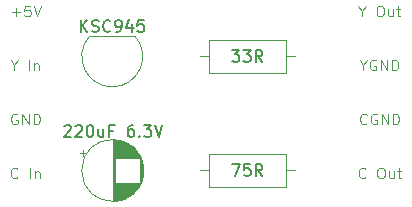
<source format=gbr>
%TF.GenerationSoftware,KiCad,Pcbnew,7.0.7*%
%TF.CreationDate,2023-08-19T23:50:35-07:00*%
%TF.ProjectId,genesis_s-video_simple,67656e65-7369-4735-9f73-2d766964656f,rev?*%
%TF.SameCoordinates,Original*%
%TF.FileFunction,Legend,Top*%
%TF.FilePolarity,Positive*%
%FSLAX46Y46*%
G04 Gerber Fmt 4.6, Leading zero omitted, Abs format (unit mm)*
G04 Created by KiCad (PCBNEW 7.0.7) date 2023-08-19 23:50:35*
%MOMM*%
%LPD*%
G01*
G04 APERTURE LIST*
%ADD10C,0.150000*%
%ADD11C,0.125000*%
%ADD12C,0.120000*%
G04 APERTURE END LIST*
D10*
X112365333Y-78686819D02*
X112365333Y-77686819D01*
X112936761Y-78686819D02*
X112508190Y-78115390D01*
X112936761Y-77686819D02*
X112365333Y-78258247D01*
X113317714Y-78639200D02*
X113460571Y-78686819D01*
X113460571Y-78686819D02*
X113698666Y-78686819D01*
X113698666Y-78686819D02*
X113793904Y-78639200D01*
X113793904Y-78639200D02*
X113841523Y-78591580D01*
X113841523Y-78591580D02*
X113889142Y-78496342D01*
X113889142Y-78496342D02*
X113889142Y-78401104D01*
X113889142Y-78401104D02*
X113841523Y-78305866D01*
X113841523Y-78305866D02*
X113793904Y-78258247D01*
X113793904Y-78258247D02*
X113698666Y-78210628D01*
X113698666Y-78210628D02*
X113508190Y-78163009D01*
X113508190Y-78163009D02*
X113412952Y-78115390D01*
X113412952Y-78115390D02*
X113365333Y-78067771D01*
X113365333Y-78067771D02*
X113317714Y-77972533D01*
X113317714Y-77972533D02*
X113317714Y-77877295D01*
X113317714Y-77877295D02*
X113365333Y-77782057D01*
X113365333Y-77782057D02*
X113412952Y-77734438D01*
X113412952Y-77734438D02*
X113508190Y-77686819D01*
X113508190Y-77686819D02*
X113746285Y-77686819D01*
X113746285Y-77686819D02*
X113889142Y-77734438D01*
X114889142Y-78591580D02*
X114841523Y-78639200D01*
X114841523Y-78639200D02*
X114698666Y-78686819D01*
X114698666Y-78686819D02*
X114603428Y-78686819D01*
X114603428Y-78686819D02*
X114460571Y-78639200D01*
X114460571Y-78639200D02*
X114365333Y-78543961D01*
X114365333Y-78543961D02*
X114317714Y-78448723D01*
X114317714Y-78448723D02*
X114270095Y-78258247D01*
X114270095Y-78258247D02*
X114270095Y-78115390D01*
X114270095Y-78115390D02*
X114317714Y-77924914D01*
X114317714Y-77924914D02*
X114365333Y-77829676D01*
X114365333Y-77829676D02*
X114460571Y-77734438D01*
X114460571Y-77734438D02*
X114603428Y-77686819D01*
X114603428Y-77686819D02*
X114698666Y-77686819D01*
X114698666Y-77686819D02*
X114841523Y-77734438D01*
X114841523Y-77734438D02*
X114889142Y-77782057D01*
X115365333Y-78686819D02*
X115555809Y-78686819D01*
X115555809Y-78686819D02*
X115651047Y-78639200D01*
X115651047Y-78639200D02*
X115698666Y-78591580D01*
X115698666Y-78591580D02*
X115793904Y-78448723D01*
X115793904Y-78448723D02*
X115841523Y-78258247D01*
X115841523Y-78258247D02*
X115841523Y-77877295D01*
X115841523Y-77877295D02*
X115793904Y-77782057D01*
X115793904Y-77782057D02*
X115746285Y-77734438D01*
X115746285Y-77734438D02*
X115651047Y-77686819D01*
X115651047Y-77686819D02*
X115460571Y-77686819D01*
X115460571Y-77686819D02*
X115365333Y-77734438D01*
X115365333Y-77734438D02*
X115317714Y-77782057D01*
X115317714Y-77782057D02*
X115270095Y-77877295D01*
X115270095Y-77877295D02*
X115270095Y-78115390D01*
X115270095Y-78115390D02*
X115317714Y-78210628D01*
X115317714Y-78210628D02*
X115365333Y-78258247D01*
X115365333Y-78258247D02*
X115460571Y-78305866D01*
X115460571Y-78305866D02*
X115651047Y-78305866D01*
X115651047Y-78305866D02*
X115746285Y-78258247D01*
X115746285Y-78258247D02*
X115793904Y-78210628D01*
X115793904Y-78210628D02*
X115841523Y-78115390D01*
X116698666Y-78020152D02*
X116698666Y-78686819D01*
X116460571Y-77639200D02*
X116222476Y-78353485D01*
X116222476Y-78353485D02*
X116841523Y-78353485D01*
X117698666Y-77686819D02*
X117222476Y-77686819D01*
X117222476Y-77686819D02*
X117174857Y-78163009D01*
X117174857Y-78163009D02*
X117222476Y-78115390D01*
X117222476Y-78115390D02*
X117317714Y-78067771D01*
X117317714Y-78067771D02*
X117555809Y-78067771D01*
X117555809Y-78067771D02*
X117651047Y-78115390D01*
X117651047Y-78115390D02*
X117698666Y-78163009D01*
X117698666Y-78163009D02*
X117746285Y-78258247D01*
X117746285Y-78258247D02*
X117746285Y-78496342D01*
X117746285Y-78496342D02*
X117698666Y-78591580D01*
X117698666Y-78591580D02*
X117651047Y-78639200D01*
X117651047Y-78639200D02*
X117555809Y-78686819D01*
X117555809Y-78686819D02*
X117317714Y-78686819D01*
X117317714Y-78686819D02*
X117222476Y-78639200D01*
X117222476Y-78639200D02*
X117174857Y-78591580D01*
D11*
X136296571Y-81515285D02*
X136296571Y-81943857D01*
X135996571Y-81043857D02*
X136296571Y-81515285D01*
X136296571Y-81515285D02*
X136596571Y-81043857D01*
X137368000Y-81086714D02*
X137282286Y-81043857D01*
X137282286Y-81043857D02*
X137153714Y-81043857D01*
X137153714Y-81043857D02*
X137025143Y-81086714D01*
X137025143Y-81086714D02*
X136939428Y-81172428D01*
X136939428Y-81172428D02*
X136896571Y-81258142D01*
X136896571Y-81258142D02*
X136853714Y-81429571D01*
X136853714Y-81429571D02*
X136853714Y-81558142D01*
X136853714Y-81558142D02*
X136896571Y-81729571D01*
X136896571Y-81729571D02*
X136939428Y-81815285D01*
X136939428Y-81815285D02*
X137025143Y-81901000D01*
X137025143Y-81901000D02*
X137153714Y-81943857D01*
X137153714Y-81943857D02*
X137239428Y-81943857D01*
X137239428Y-81943857D02*
X137368000Y-81901000D01*
X137368000Y-81901000D02*
X137410857Y-81858142D01*
X137410857Y-81858142D02*
X137410857Y-81558142D01*
X137410857Y-81558142D02*
X137239428Y-81558142D01*
X137796571Y-81943857D02*
X137796571Y-81043857D01*
X137796571Y-81043857D02*
X138310857Y-81943857D01*
X138310857Y-81943857D02*
X138310857Y-81043857D01*
X138739428Y-81943857D02*
X138739428Y-81043857D01*
X138739428Y-81043857D02*
X138953714Y-81043857D01*
X138953714Y-81043857D02*
X139082285Y-81086714D01*
X139082285Y-81086714D02*
X139168000Y-81172428D01*
X139168000Y-81172428D02*
X139210857Y-81258142D01*
X139210857Y-81258142D02*
X139253714Y-81429571D01*
X139253714Y-81429571D02*
X139253714Y-81558142D01*
X139253714Y-81558142D02*
X139210857Y-81729571D01*
X139210857Y-81729571D02*
X139168000Y-81815285D01*
X139168000Y-81815285D02*
X139082285Y-81901000D01*
X139082285Y-81901000D02*
X138953714Y-81943857D01*
X138953714Y-81943857D02*
X138739428Y-81943857D01*
X107010286Y-85658714D02*
X106924572Y-85615857D01*
X106924572Y-85615857D02*
X106796000Y-85615857D01*
X106796000Y-85615857D02*
X106667429Y-85658714D01*
X106667429Y-85658714D02*
X106581714Y-85744428D01*
X106581714Y-85744428D02*
X106538857Y-85830142D01*
X106538857Y-85830142D02*
X106496000Y-86001571D01*
X106496000Y-86001571D02*
X106496000Y-86130142D01*
X106496000Y-86130142D02*
X106538857Y-86301571D01*
X106538857Y-86301571D02*
X106581714Y-86387285D01*
X106581714Y-86387285D02*
X106667429Y-86473000D01*
X106667429Y-86473000D02*
X106796000Y-86515857D01*
X106796000Y-86515857D02*
X106881714Y-86515857D01*
X106881714Y-86515857D02*
X107010286Y-86473000D01*
X107010286Y-86473000D02*
X107053143Y-86430142D01*
X107053143Y-86430142D02*
X107053143Y-86130142D01*
X107053143Y-86130142D02*
X106881714Y-86130142D01*
X107438857Y-86515857D02*
X107438857Y-85615857D01*
X107438857Y-85615857D02*
X107953143Y-86515857D01*
X107953143Y-86515857D02*
X107953143Y-85615857D01*
X108381714Y-86515857D02*
X108381714Y-85615857D01*
X108381714Y-85615857D02*
X108596000Y-85615857D01*
X108596000Y-85615857D02*
X108724571Y-85658714D01*
X108724571Y-85658714D02*
X108810286Y-85744428D01*
X108810286Y-85744428D02*
X108853143Y-85830142D01*
X108853143Y-85830142D02*
X108896000Y-86001571D01*
X108896000Y-86001571D02*
X108896000Y-86130142D01*
X108896000Y-86130142D02*
X108853143Y-86301571D01*
X108853143Y-86301571D02*
X108810286Y-86387285D01*
X108810286Y-86387285D02*
X108724571Y-86473000D01*
X108724571Y-86473000D02*
X108596000Y-86515857D01*
X108596000Y-86515857D02*
X108381714Y-86515857D01*
X136468000Y-91002142D02*
X136425143Y-91045000D01*
X136425143Y-91045000D02*
X136296571Y-91087857D01*
X136296571Y-91087857D02*
X136210857Y-91087857D01*
X136210857Y-91087857D02*
X136082286Y-91045000D01*
X136082286Y-91045000D02*
X135996571Y-90959285D01*
X135996571Y-90959285D02*
X135953714Y-90873571D01*
X135953714Y-90873571D02*
X135910857Y-90702142D01*
X135910857Y-90702142D02*
X135910857Y-90573571D01*
X135910857Y-90573571D02*
X135953714Y-90402142D01*
X135953714Y-90402142D02*
X135996571Y-90316428D01*
X135996571Y-90316428D02*
X136082286Y-90230714D01*
X136082286Y-90230714D02*
X136210857Y-90187857D01*
X136210857Y-90187857D02*
X136296571Y-90187857D01*
X136296571Y-90187857D02*
X136425143Y-90230714D01*
X136425143Y-90230714D02*
X136468000Y-90273571D01*
X137710857Y-90187857D02*
X137882285Y-90187857D01*
X137882285Y-90187857D02*
X137968000Y-90230714D01*
X137968000Y-90230714D02*
X138053714Y-90316428D01*
X138053714Y-90316428D02*
X138096571Y-90487857D01*
X138096571Y-90487857D02*
X138096571Y-90787857D01*
X138096571Y-90787857D02*
X138053714Y-90959285D01*
X138053714Y-90959285D02*
X137968000Y-91045000D01*
X137968000Y-91045000D02*
X137882285Y-91087857D01*
X137882285Y-91087857D02*
X137710857Y-91087857D01*
X137710857Y-91087857D02*
X137625143Y-91045000D01*
X137625143Y-91045000D02*
X137539428Y-90959285D01*
X137539428Y-90959285D02*
X137496571Y-90787857D01*
X137496571Y-90787857D02*
X137496571Y-90487857D01*
X137496571Y-90487857D02*
X137539428Y-90316428D01*
X137539428Y-90316428D02*
X137625143Y-90230714D01*
X137625143Y-90230714D02*
X137710857Y-90187857D01*
X138868000Y-90487857D02*
X138868000Y-91087857D01*
X138482285Y-90487857D02*
X138482285Y-90959285D01*
X138482285Y-90959285D02*
X138525142Y-91045000D01*
X138525142Y-91045000D02*
X138610857Y-91087857D01*
X138610857Y-91087857D02*
X138739428Y-91087857D01*
X138739428Y-91087857D02*
X138825142Y-91045000D01*
X138825142Y-91045000D02*
X138868000Y-91002142D01*
X139168000Y-90487857D02*
X139510857Y-90487857D01*
X139296571Y-90187857D02*
X139296571Y-90959285D01*
X139296571Y-90959285D02*
X139339428Y-91045000D01*
X139339428Y-91045000D02*
X139425143Y-91087857D01*
X139425143Y-91087857D02*
X139510857Y-91087857D01*
X107010286Y-91002142D02*
X106967429Y-91045000D01*
X106967429Y-91045000D02*
X106838857Y-91087857D01*
X106838857Y-91087857D02*
X106753143Y-91087857D01*
X106753143Y-91087857D02*
X106624572Y-91045000D01*
X106624572Y-91045000D02*
X106538857Y-90959285D01*
X106538857Y-90959285D02*
X106496000Y-90873571D01*
X106496000Y-90873571D02*
X106453143Y-90702142D01*
X106453143Y-90702142D02*
X106453143Y-90573571D01*
X106453143Y-90573571D02*
X106496000Y-90402142D01*
X106496000Y-90402142D02*
X106538857Y-90316428D01*
X106538857Y-90316428D02*
X106624572Y-90230714D01*
X106624572Y-90230714D02*
X106753143Y-90187857D01*
X106753143Y-90187857D02*
X106838857Y-90187857D01*
X106838857Y-90187857D02*
X106967429Y-90230714D01*
X106967429Y-90230714D02*
X107010286Y-90273571D01*
X108081714Y-91087857D02*
X108081714Y-90187857D01*
X108510285Y-90487857D02*
X108510285Y-91087857D01*
X108510285Y-90573571D02*
X108553142Y-90530714D01*
X108553142Y-90530714D02*
X108638857Y-90487857D01*
X108638857Y-90487857D02*
X108767428Y-90487857D01*
X108767428Y-90487857D02*
X108853142Y-90530714D01*
X108853142Y-90530714D02*
X108896000Y-90616428D01*
X108896000Y-90616428D02*
X108896000Y-91087857D01*
X136189428Y-76943285D02*
X136189428Y-77371857D01*
X135889428Y-76471857D02*
X136189428Y-76943285D01*
X136189428Y-76943285D02*
X136489428Y-76471857D01*
X137646571Y-76471857D02*
X137817999Y-76471857D01*
X137817999Y-76471857D02*
X137903714Y-76514714D01*
X137903714Y-76514714D02*
X137989428Y-76600428D01*
X137989428Y-76600428D02*
X138032285Y-76771857D01*
X138032285Y-76771857D02*
X138032285Y-77071857D01*
X138032285Y-77071857D02*
X137989428Y-77243285D01*
X137989428Y-77243285D02*
X137903714Y-77329000D01*
X137903714Y-77329000D02*
X137817999Y-77371857D01*
X137817999Y-77371857D02*
X137646571Y-77371857D01*
X137646571Y-77371857D02*
X137560857Y-77329000D01*
X137560857Y-77329000D02*
X137475142Y-77243285D01*
X137475142Y-77243285D02*
X137432285Y-77071857D01*
X137432285Y-77071857D02*
X137432285Y-76771857D01*
X137432285Y-76771857D02*
X137475142Y-76600428D01*
X137475142Y-76600428D02*
X137560857Y-76514714D01*
X137560857Y-76514714D02*
X137646571Y-76471857D01*
X138803714Y-76771857D02*
X138803714Y-77371857D01*
X138417999Y-76771857D02*
X138417999Y-77243285D01*
X138417999Y-77243285D02*
X138460856Y-77329000D01*
X138460856Y-77329000D02*
X138546571Y-77371857D01*
X138546571Y-77371857D02*
X138675142Y-77371857D01*
X138675142Y-77371857D02*
X138760856Y-77329000D01*
X138760856Y-77329000D02*
X138803714Y-77286142D01*
X139103714Y-76771857D02*
X139446571Y-76771857D01*
X139232285Y-76471857D02*
X139232285Y-77243285D01*
X139232285Y-77243285D02*
X139275142Y-77329000D01*
X139275142Y-77329000D02*
X139360857Y-77371857D01*
X139360857Y-77371857D02*
X139446571Y-77371857D01*
D10*
X110962952Y-86672057D02*
X111010571Y-86624438D01*
X111010571Y-86624438D02*
X111105809Y-86576819D01*
X111105809Y-86576819D02*
X111343904Y-86576819D01*
X111343904Y-86576819D02*
X111439142Y-86624438D01*
X111439142Y-86624438D02*
X111486761Y-86672057D01*
X111486761Y-86672057D02*
X111534380Y-86767295D01*
X111534380Y-86767295D02*
X111534380Y-86862533D01*
X111534380Y-86862533D02*
X111486761Y-87005390D01*
X111486761Y-87005390D02*
X110915333Y-87576819D01*
X110915333Y-87576819D02*
X111534380Y-87576819D01*
X111915333Y-86672057D02*
X111962952Y-86624438D01*
X111962952Y-86624438D02*
X112058190Y-86576819D01*
X112058190Y-86576819D02*
X112296285Y-86576819D01*
X112296285Y-86576819D02*
X112391523Y-86624438D01*
X112391523Y-86624438D02*
X112439142Y-86672057D01*
X112439142Y-86672057D02*
X112486761Y-86767295D01*
X112486761Y-86767295D02*
X112486761Y-86862533D01*
X112486761Y-86862533D02*
X112439142Y-87005390D01*
X112439142Y-87005390D02*
X111867714Y-87576819D01*
X111867714Y-87576819D02*
X112486761Y-87576819D01*
X113105809Y-86576819D02*
X113201047Y-86576819D01*
X113201047Y-86576819D02*
X113296285Y-86624438D01*
X113296285Y-86624438D02*
X113343904Y-86672057D01*
X113343904Y-86672057D02*
X113391523Y-86767295D01*
X113391523Y-86767295D02*
X113439142Y-86957771D01*
X113439142Y-86957771D02*
X113439142Y-87195866D01*
X113439142Y-87195866D02*
X113391523Y-87386342D01*
X113391523Y-87386342D02*
X113343904Y-87481580D01*
X113343904Y-87481580D02*
X113296285Y-87529200D01*
X113296285Y-87529200D02*
X113201047Y-87576819D01*
X113201047Y-87576819D02*
X113105809Y-87576819D01*
X113105809Y-87576819D02*
X113010571Y-87529200D01*
X113010571Y-87529200D02*
X112962952Y-87481580D01*
X112962952Y-87481580D02*
X112915333Y-87386342D01*
X112915333Y-87386342D02*
X112867714Y-87195866D01*
X112867714Y-87195866D02*
X112867714Y-86957771D01*
X112867714Y-86957771D02*
X112915333Y-86767295D01*
X112915333Y-86767295D02*
X112962952Y-86672057D01*
X112962952Y-86672057D02*
X113010571Y-86624438D01*
X113010571Y-86624438D02*
X113105809Y-86576819D01*
X114296285Y-86910152D02*
X114296285Y-87576819D01*
X113867714Y-86910152D02*
X113867714Y-87433961D01*
X113867714Y-87433961D02*
X113915333Y-87529200D01*
X113915333Y-87529200D02*
X114010571Y-87576819D01*
X114010571Y-87576819D02*
X114153428Y-87576819D01*
X114153428Y-87576819D02*
X114248666Y-87529200D01*
X114248666Y-87529200D02*
X114296285Y-87481580D01*
X115105809Y-87053009D02*
X114772476Y-87053009D01*
X114772476Y-87576819D02*
X114772476Y-86576819D01*
X114772476Y-86576819D02*
X115248666Y-86576819D01*
X116820095Y-86576819D02*
X116629619Y-86576819D01*
X116629619Y-86576819D02*
X116534381Y-86624438D01*
X116534381Y-86624438D02*
X116486762Y-86672057D01*
X116486762Y-86672057D02*
X116391524Y-86814914D01*
X116391524Y-86814914D02*
X116343905Y-87005390D01*
X116343905Y-87005390D02*
X116343905Y-87386342D01*
X116343905Y-87386342D02*
X116391524Y-87481580D01*
X116391524Y-87481580D02*
X116439143Y-87529200D01*
X116439143Y-87529200D02*
X116534381Y-87576819D01*
X116534381Y-87576819D02*
X116724857Y-87576819D01*
X116724857Y-87576819D02*
X116820095Y-87529200D01*
X116820095Y-87529200D02*
X116867714Y-87481580D01*
X116867714Y-87481580D02*
X116915333Y-87386342D01*
X116915333Y-87386342D02*
X116915333Y-87148247D01*
X116915333Y-87148247D02*
X116867714Y-87053009D01*
X116867714Y-87053009D02*
X116820095Y-87005390D01*
X116820095Y-87005390D02*
X116724857Y-86957771D01*
X116724857Y-86957771D02*
X116534381Y-86957771D01*
X116534381Y-86957771D02*
X116439143Y-87005390D01*
X116439143Y-87005390D02*
X116391524Y-87053009D01*
X116391524Y-87053009D02*
X116343905Y-87148247D01*
X117343905Y-87481580D02*
X117391524Y-87529200D01*
X117391524Y-87529200D02*
X117343905Y-87576819D01*
X117343905Y-87576819D02*
X117296286Y-87529200D01*
X117296286Y-87529200D02*
X117343905Y-87481580D01*
X117343905Y-87481580D02*
X117343905Y-87576819D01*
X117724857Y-86576819D02*
X118343904Y-86576819D01*
X118343904Y-86576819D02*
X118010571Y-86957771D01*
X118010571Y-86957771D02*
X118153428Y-86957771D01*
X118153428Y-86957771D02*
X118248666Y-87005390D01*
X118248666Y-87005390D02*
X118296285Y-87053009D01*
X118296285Y-87053009D02*
X118343904Y-87148247D01*
X118343904Y-87148247D02*
X118343904Y-87386342D01*
X118343904Y-87386342D02*
X118296285Y-87481580D01*
X118296285Y-87481580D02*
X118248666Y-87529200D01*
X118248666Y-87529200D02*
X118153428Y-87576819D01*
X118153428Y-87576819D02*
X117867714Y-87576819D01*
X117867714Y-87576819D02*
X117772476Y-87529200D01*
X117772476Y-87529200D02*
X117724857Y-87481580D01*
X118629619Y-86576819D02*
X118962952Y-87576819D01*
X118962952Y-87576819D02*
X119296285Y-86576819D01*
D11*
X136575143Y-86430142D02*
X136532286Y-86473000D01*
X136532286Y-86473000D02*
X136403714Y-86515857D01*
X136403714Y-86515857D02*
X136318000Y-86515857D01*
X136318000Y-86515857D02*
X136189429Y-86473000D01*
X136189429Y-86473000D02*
X136103714Y-86387285D01*
X136103714Y-86387285D02*
X136060857Y-86301571D01*
X136060857Y-86301571D02*
X136018000Y-86130142D01*
X136018000Y-86130142D02*
X136018000Y-86001571D01*
X136018000Y-86001571D02*
X136060857Y-85830142D01*
X136060857Y-85830142D02*
X136103714Y-85744428D01*
X136103714Y-85744428D02*
X136189429Y-85658714D01*
X136189429Y-85658714D02*
X136318000Y-85615857D01*
X136318000Y-85615857D02*
X136403714Y-85615857D01*
X136403714Y-85615857D02*
X136532286Y-85658714D01*
X136532286Y-85658714D02*
X136575143Y-85701571D01*
X137432286Y-85658714D02*
X137346572Y-85615857D01*
X137346572Y-85615857D02*
X137218000Y-85615857D01*
X137218000Y-85615857D02*
X137089429Y-85658714D01*
X137089429Y-85658714D02*
X137003714Y-85744428D01*
X137003714Y-85744428D02*
X136960857Y-85830142D01*
X136960857Y-85830142D02*
X136918000Y-86001571D01*
X136918000Y-86001571D02*
X136918000Y-86130142D01*
X136918000Y-86130142D02*
X136960857Y-86301571D01*
X136960857Y-86301571D02*
X137003714Y-86387285D01*
X137003714Y-86387285D02*
X137089429Y-86473000D01*
X137089429Y-86473000D02*
X137218000Y-86515857D01*
X137218000Y-86515857D02*
X137303714Y-86515857D01*
X137303714Y-86515857D02*
X137432286Y-86473000D01*
X137432286Y-86473000D02*
X137475143Y-86430142D01*
X137475143Y-86430142D02*
X137475143Y-86130142D01*
X137475143Y-86130142D02*
X137303714Y-86130142D01*
X137860857Y-86515857D02*
X137860857Y-85615857D01*
X137860857Y-85615857D02*
X138375143Y-86515857D01*
X138375143Y-86515857D02*
X138375143Y-85615857D01*
X138803714Y-86515857D02*
X138803714Y-85615857D01*
X138803714Y-85615857D02*
X139018000Y-85615857D01*
X139018000Y-85615857D02*
X139146571Y-85658714D01*
X139146571Y-85658714D02*
X139232286Y-85744428D01*
X139232286Y-85744428D02*
X139275143Y-85830142D01*
X139275143Y-85830142D02*
X139318000Y-86001571D01*
X139318000Y-86001571D02*
X139318000Y-86130142D01*
X139318000Y-86130142D02*
X139275143Y-86301571D01*
X139275143Y-86301571D02*
X139232286Y-86387285D01*
X139232286Y-86387285D02*
X139146571Y-86473000D01*
X139146571Y-86473000D02*
X139018000Y-86515857D01*
X139018000Y-86515857D02*
X138803714Y-86515857D01*
X106538856Y-77029000D02*
X107224571Y-77029000D01*
X106881713Y-77371857D02*
X106881713Y-76686142D01*
X108081714Y-76471857D02*
X107653142Y-76471857D01*
X107653142Y-76471857D02*
X107610285Y-76900428D01*
X107610285Y-76900428D02*
X107653142Y-76857571D01*
X107653142Y-76857571D02*
X107738857Y-76814714D01*
X107738857Y-76814714D02*
X107953142Y-76814714D01*
X107953142Y-76814714D02*
X108038857Y-76857571D01*
X108038857Y-76857571D02*
X108081714Y-76900428D01*
X108081714Y-76900428D02*
X108124571Y-76986142D01*
X108124571Y-76986142D02*
X108124571Y-77200428D01*
X108124571Y-77200428D02*
X108081714Y-77286142D01*
X108081714Y-77286142D02*
X108038857Y-77329000D01*
X108038857Y-77329000D02*
X107953142Y-77371857D01*
X107953142Y-77371857D02*
X107738857Y-77371857D01*
X107738857Y-77371857D02*
X107653142Y-77329000D01*
X107653142Y-77329000D02*
X107610285Y-77286142D01*
X108381714Y-76471857D02*
X108681714Y-77371857D01*
X108681714Y-77371857D02*
X108981714Y-76471857D01*
D10*
X125182476Y-80226819D02*
X125801523Y-80226819D01*
X125801523Y-80226819D02*
X125468190Y-80607771D01*
X125468190Y-80607771D02*
X125611047Y-80607771D01*
X125611047Y-80607771D02*
X125706285Y-80655390D01*
X125706285Y-80655390D02*
X125753904Y-80703009D01*
X125753904Y-80703009D02*
X125801523Y-80798247D01*
X125801523Y-80798247D02*
X125801523Y-81036342D01*
X125801523Y-81036342D02*
X125753904Y-81131580D01*
X125753904Y-81131580D02*
X125706285Y-81179200D01*
X125706285Y-81179200D02*
X125611047Y-81226819D01*
X125611047Y-81226819D02*
X125325333Y-81226819D01*
X125325333Y-81226819D02*
X125230095Y-81179200D01*
X125230095Y-81179200D02*
X125182476Y-81131580D01*
X126134857Y-80226819D02*
X126753904Y-80226819D01*
X126753904Y-80226819D02*
X126420571Y-80607771D01*
X126420571Y-80607771D02*
X126563428Y-80607771D01*
X126563428Y-80607771D02*
X126658666Y-80655390D01*
X126658666Y-80655390D02*
X126706285Y-80703009D01*
X126706285Y-80703009D02*
X126753904Y-80798247D01*
X126753904Y-80798247D02*
X126753904Y-81036342D01*
X126753904Y-81036342D02*
X126706285Y-81131580D01*
X126706285Y-81131580D02*
X126658666Y-81179200D01*
X126658666Y-81179200D02*
X126563428Y-81226819D01*
X126563428Y-81226819D02*
X126277714Y-81226819D01*
X126277714Y-81226819D02*
X126182476Y-81179200D01*
X126182476Y-81179200D02*
X126134857Y-81131580D01*
X127753904Y-81226819D02*
X127420571Y-80750628D01*
X127182476Y-81226819D02*
X127182476Y-80226819D01*
X127182476Y-80226819D02*
X127563428Y-80226819D01*
X127563428Y-80226819D02*
X127658666Y-80274438D01*
X127658666Y-80274438D02*
X127706285Y-80322057D01*
X127706285Y-80322057D02*
X127753904Y-80417295D01*
X127753904Y-80417295D02*
X127753904Y-80560152D01*
X127753904Y-80560152D02*
X127706285Y-80655390D01*
X127706285Y-80655390D02*
X127658666Y-80703009D01*
X127658666Y-80703009D02*
X127563428Y-80750628D01*
X127563428Y-80750628D02*
X127182476Y-80750628D01*
X125182476Y-89878819D02*
X125849142Y-89878819D01*
X125849142Y-89878819D02*
X125420571Y-90878819D01*
X126706285Y-89878819D02*
X126230095Y-89878819D01*
X126230095Y-89878819D02*
X126182476Y-90355009D01*
X126182476Y-90355009D02*
X126230095Y-90307390D01*
X126230095Y-90307390D02*
X126325333Y-90259771D01*
X126325333Y-90259771D02*
X126563428Y-90259771D01*
X126563428Y-90259771D02*
X126658666Y-90307390D01*
X126658666Y-90307390D02*
X126706285Y-90355009D01*
X126706285Y-90355009D02*
X126753904Y-90450247D01*
X126753904Y-90450247D02*
X126753904Y-90688342D01*
X126753904Y-90688342D02*
X126706285Y-90783580D01*
X126706285Y-90783580D02*
X126658666Y-90831200D01*
X126658666Y-90831200D02*
X126563428Y-90878819D01*
X126563428Y-90878819D02*
X126325333Y-90878819D01*
X126325333Y-90878819D02*
X126230095Y-90831200D01*
X126230095Y-90831200D02*
X126182476Y-90783580D01*
X127753904Y-90878819D02*
X127420571Y-90402628D01*
X127182476Y-90878819D02*
X127182476Y-89878819D01*
X127182476Y-89878819D02*
X127563428Y-89878819D01*
X127563428Y-89878819D02*
X127658666Y-89926438D01*
X127658666Y-89926438D02*
X127706285Y-89974057D01*
X127706285Y-89974057D02*
X127753904Y-90069295D01*
X127753904Y-90069295D02*
X127753904Y-90212152D01*
X127753904Y-90212152D02*
X127706285Y-90307390D01*
X127706285Y-90307390D02*
X127658666Y-90355009D01*
X127658666Y-90355009D02*
X127563428Y-90402628D01*
X127563428Y-90402628D02*
X127182476Y-90402628D01*
D11*
X106731714Y-81515285D02*
X106731714Y-81943857D01*
X106431714Y-81043857D02*
X106731714Y-81515285D01*
X106731714Y-81515285D02*
X107031714Y-81043857D01*
X108017428Y-81943857D02*
X108017428Y-81043857D01*
X108445999Y-81343857D02*
X108445999Y-81943857D01*
X108445999Y-81429571D02*
X108488856Y-81386714D01*
X108488856Y-81386714D02*
X108574571Y-81343857D01*
X108574571Y-81343857D02*
X108703142Y-81343857D01*
X108703142Y-81343857D02*
X108788856Y-81386714D01*
X108788856Y-81386714D02*
X108831714Y-81472428D01*
X108831714Y-81472428D02*
X108831714Y-81943857D01*
D12*
%TO.C,Q2*%
X116982000Y-79072000D02*
X113132000Y-79072000D01*
X113093389Y-79081878D02*
G75*
G03*
X116982000Y-79072000I1948611J-1690122D01*
G01*
%TO.C,C1*%
X112277225Y-88949000D02*
X112777225Y-88949000D01*
X112527225Y-88699000D02*
X112527225Y-89199000D01*
X115082000Y-87844000D02*
X115082000Y-93004000D01*
X115122000Y-87844000D02*
X115122000Y-93004000D01*
X115162000Y-87845000D02*
X115162000Y-93003000D01*
X115202000Y-87846000D02*
X115202000Y-93002000D01*
X115242000Y-87848000D02*
X115242000Y-93000000D01*
X115282000Y-87851000D02*
X115282000Y-92997000D01*
X115322000Y-87855000D02*
X115322000Y-89384000D01*
X115322000Y-91464000D02*
X115322000Y-92993000D01*
X115362000Y-87859000D02*
X115362000Y-89384000D01*
X115362000Y-91464000D02*
X115362000Y-92989000D01*
X115402000Y-87863000D02*
X115402000Y-89384000D01*
X115402000Y-91464000D02*
X115402000Y-92985000D01*
X115442000Y-87868000D02*
X115442000Y-89384000D01*
X115442000Y-91464000D02*
X115442000Y-92980000D01*
X115482000Y-87874000D02*
X115482000Y-89384000D01*
X115482000Y-91464000D02*
X115482000Y-92974000D01*
X115522000Y-87881000D02*
X115522000Y-89384000D01*
X115522000Y-91464000D02*
X115522000Y-92967000D01*
X115562000Y-87888000D02*
X115562000Y-89384000D01*
X115562000Y-91464000D02*
X115562000Y-92960000D01*
X115602000Y-87896000D02*
X115602000Y-89384000D01*
X115602000Y-91464000D02*
X115602000Y-92952000D01*
X115642000Y-87904000D02*
X115642000Y-89384000D01*
X115642000Y-91464000D02*
X115642000Y-92944000D01*
X115682000Y-87913000D02*
X115682000Y-89384000D01*
X115682000Y-91464000D02*
X115682000Y-92935000D01*
X115722000Y-87923000D02*
X115722000Y-89384000D01*
X115722000Y-91464000D02*
X115722000Y-92925000D01*
X115762000Y-87933000D02*
X115762000Y-89384000D01*
X115762000Y-91464000D02*
X115762000Y-92915000D01*
X115803000Y-87944000D02*
X115803000Y-89384000D01*
X115803000Y-91464000D02*
X115803000Y-92904000D01*
X115843000Y-87956000D02*
X115843000Y-89384000D01*
X115843000Y-91464000D02*
X115843000Y-92892000D01*
X115883000Y-87969000D02*
X115883000Y-89384000D01*
X115883000Y-91464000D02*
X115883000Y-92879000D01*
X115923000Y-87982000D02*
X115923000Y-89384000D01*
X115923000Y-91464000D02*
X115923000Y-92866000D01*
X115963000Y-87996000D02*
X115963000Y-89384000D01*
X115963000Y-91464000D02*
X115963000Y-92852000D01*
X116003000Y-88010000D02*
X116003000Y-89384000D01*
X116003000Y-91464000D02*
X116003000Y-92838000D01*
X116043000Y-88026000D02*
X116043000Y-89384000D01*
X116043000Y-91464000D02*
X116043000Y-92822000D01*
X116083000Y-88042000D02*
X116083000Y-89384000D01*
X116083000Y-91464000D02*
X116083000Y-92806000D01*
X116123000Y-88059000D02*
X116123000Y-89384000D01*
X116123000Y-91464000D02*
X116123000Y-92789000D01*
X116163000Y-88076000D02*
X116163000Y-89384000D01*
X116163000Y-91464000D02*
X116163000Y-92772000D01*
X116203000Y-88095000D02*
X116203000Y-89384000D01*
X116203000Y-91464000D02*
X116203000Y-92753000D01*
X116243000Y-88114000D02*
X116243000Y-89384000D01*
X116243000Y-91464000D02*
X116243000Y-92734000D01*
X116283000Y-88134000D02*
X116283000Y-89384000D01*
X116283000Y-91464000D02*
X116283000Y-92714000D01*
X116323000Y-88156000D02*
X116323000Y-89384000D01*
X116323000Y-91464000D02*
X116323000Y-92692000D01*
X116363000Y-88177000D02*
X116363000Y-89384000D01*
X116363000Y-91464000D02*
X116363000Y-92671000D01*
X116403000Y-88200000D02*
X116403000Y-89384000D01*
X116403000Y-91464000D02*
X116403000Y-92648000D01*
X116443000Y-88224000D02*
X116443000Y-89384000D01*
X116443000Y-91464000D02*
X116443000Y-92624000D01*
X116483000Y-88249000D02*
X116483000Y-89384000D01*
X116483000Y-91464000D02*
X116483000Y-92599000D01*
X116523000Y-88275000D02*
X116523000Y-89384000D01*
X116523000Y-91464000D02*
X116523000Y-92573000D01*
X116563000Y-88302000D02*
X116563000Y-89384000D01*
X116563000Y-91464000D02*
X116563000Y-92546000D01*
X116603000Y-88329000D02*
X116603000Y-89384000D01*
X116603000Y-91464000D02*
X116603000Y-92519000D01*
X116643000Y-88359000D02*
X116643000Y-89384000D01*
X116643000Y-91464000D02*
X116643000Y-92489000D01*
X116683000Y-88389000D02*
X116683000Y-89384000D01*
X116683000Y-91464000D02*
X116683000Y-92459000D01*
X116723000Y-88420000D02*
X116723000Y-89384000D01*
X116723000Y-91464000D02*
X116723000Y-92428000D01*
X116763000Y-88453000D02*
X116763000Y-89384000D01*
X116763000Y-91464000D02*
X116763000Y-92395000D01*
X116803000Y-88487000D02*
X116803000Y-89384000D01*
X116803000Y-91464000D02*
X116803000Y-92361000D01*
X116843000Y-88523000D02*
X116843000Y-89384000D01*
X116843000Y-91464000D02*
X116843000Y-92325000D01*
X116883000Y-88560000D02*
X116883000Y-89384000D01*
X116883000Y-91464000D02*
X116883000Y-92288000D01*
X116923000Y-88598000D02*
X116923000Y-89384000D01*
X116923000Y-91464000D02*
X116923000Y-92250000D01*
X116963000Y-88639000D02*
X116963000Y-89384000D01*
X116963000Y-91464000D02*
X116963000Y-92209000D01*
X117003000Y-88681000D02*
X117003000Y-89384000D01*
X117003000Y-91464000D02*
X117003000Y-92167000D01*
X117043000Y-88725000D02*
X117043000Y-89384000D01*
X117043000Y-91464000D02*
X117043000Y-92123000D01*
X117083000Y-88771000D02*
X117083000Y-89384000D01*
X117083000Y-91464000D02*
X117083000Y-92077000D01*
X117123000Y-88819000D02*
X117123000Y-89384000D01*
X117123000Y-91464000D02*
X117123000Y-92029000D01*
X117163000Y-88870000D02*
X117163000Y-89384000D01*
X117163000Y-91464000D02*
X117163000Y-91978000D01*
X117203000Y-88924000D02*
X117203000Y-89384000D01*
X117203000Y-91464000D02*
X117203000Y-91924000D01*
X117243000Y-88981000D02*
X117243000Y-89384000D01*
X117243000Y-91464000D02*
X117243000Y-91867000D01*
X117283000Y-89041000D02*
X117283000Y-89384000D01*
X117283000Y-91464000D02*
X117283000Y-91807000D01*
X117323000Y-89105000D02*
X117323000Y-89384000D01*
X117323000Y-91464000D02*
X117323000Y-91743000D01*
X117363000Y-89173000D02*
X117363000Y-89384000D01*
X117363000Y-91464000D02*
X117363000Y-91675000D01*
X117403000Y-89246000D02*
X117403000Y-91602000D01*
X117443000Y-89326000D02*
X117443000Y-91522000D01*
X117483000Y-89413000D02*
X117483000Y-91435000D01*
X117523000Y-89509000D02*
X117523000Y-91339000D01*
X117563000Y-89619000D02*
X117563000Y-91229000D01*
X117603000Y-89747000D02*
X117603000Y-91101000D01*
X117643000Y-89906000D02*
X117643000Y-90942000D01*
X117683000Y-90140000D02*
X117683000Y-90708000D01*
X117702000Y-90424000D02*
G75*
G03*
X117702000Y-90424000I-2620000J0D01*
G01*
%TO.C,R2*%
X130532000Y-80772000D02*
X129762000Y-80772000D01*
X129762000Y-82142000D02*
X129762000Y-79402000D01*
X129762000Y-79402000D02*
X123222000Y-79402000D01*
X123222000Y-82142000D02*
X129762000Y-82142000D01*
X123222000Y-79402000D02*
X123222000Y-82142000D01*
X122452000Y-80772000D02*
X123222000Y-80772000D01*
%TO.C,R1*%
X122452000Y-90424000D02*
X123222000Y-90424000D01*
X123222000Y-89054000D02*
X123222000Y-91794000D01*
X123222000Y-91794000D02*
X129762000Y-91794000D01*
X129762000Y-89054000D02*
X123222000Y-89054000D01*
X129762000Y-91794000D02*
X129762000Y-89054000D01*
X130532000Y-90424000D02*
X129762000Y-90424000D01*
%TD*%
M02*

</source>
